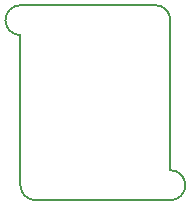
<source format=gm1>
G04 #@! TF.FileFunction,Profile,NP*
%FSLAX46Y46*%
G04 Gerber Fmt 4.6, Leading zero omitted, Abs format (unit mm)*
G04 Created by KiCad (PCBNEW 4.0.7) date Friday, 10 August 2018 'AMt' 11:40:38 AM*
%MOMM*%
%LPD*%
G01*
G04 APERTURE LIST*
%ADD10C,0.100000*%
%ADD11C,0.150000*%
G04 APERTURE END LIST*
D10*
D11*
X161290000Y-127000000D02*
X161290000Y-114300000D01*
X173990000Y-128270000D02*
X162560000Y-128270000D01*
X173990000Y-113030000D02*
X173990000Y-125730000D01*
X161290000Y-111760000D02*
X172720000Y-111760000D01*
X173990000Y-113030000D02*
G75*
G03X172720000Y-111760000I-1270000J0D01*
G01*
X161290000Y-127000000D02*
G75*
G03X162560000Y-128270000I1270000J0D01*
G01*
X160020000Y-113030000D02*
G75*
G03X161290000Y-114300000I1270000J0D01*
G01*
X161290000Y-111760000D02*
G75*
G03X160020000Y-113030000I0J-1270000D01*
G01*
X175260000Y-127000000D02*
G75*
G03X173990000Y-125730000I-1270000J0D01*
G01*
X173990000Y-128270000D02*
G75*
G03X175260000Y-127000000I0J1270000D01*
G01*
M02*

</source>
